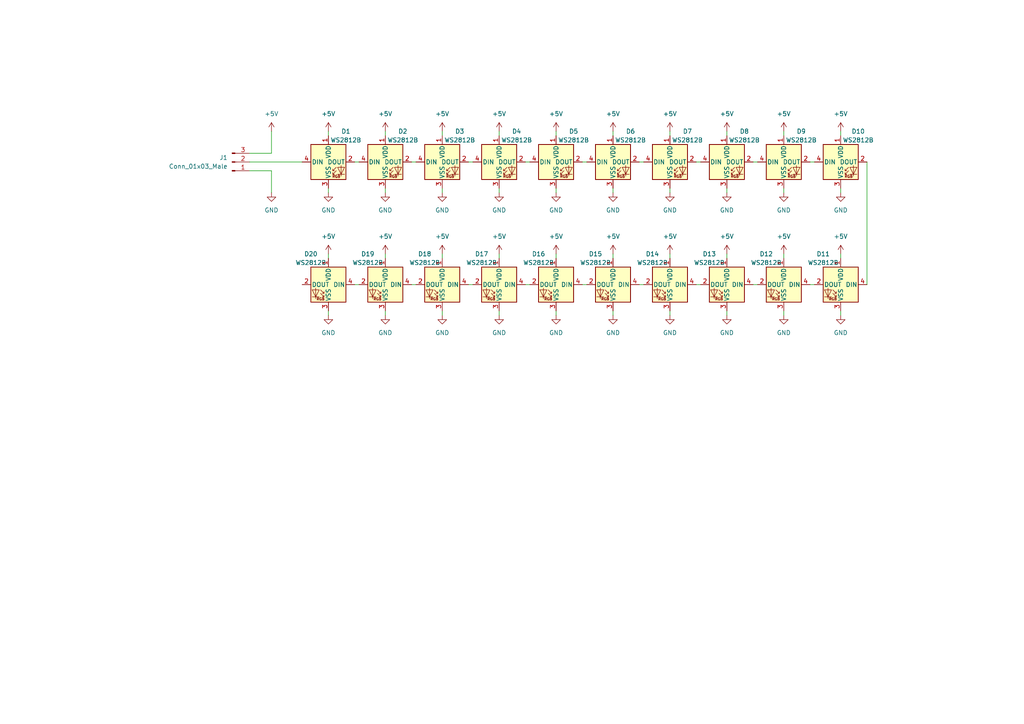
<source format=kicad_sch>
(kicad_sch (version 20230121) (generator eeschema)
  (paper "A4")
  (title_block (title "FabLight LED") (date "2023-03-22") (rev "1") (company "RLKM UG"))
  (lib_symbols
    (symbol "Connector:Conn_01x03_Male" (pin_names (offset 1.016) hide)
      (property "Reference" "J" (at 0 5.08 0))
      (property "Value" "Conn_01x03_Male" (at 0 -5.08 0))
      (symbol "Conn_01x03_Male_1_1"
        (polyline (pts (xy 1.27 -2.54) (xy 0.8636 -2.54)) (stroke (width 0.1524)))
        (polyline (pts (xy 1.27 0) (xy 0.8636 0)) (stroke (width 0.1524)))
        (polyline (pts (xy 1.27 2.54) (xy 0.8636 2.54)) (stroke (width 0.1524)))
        (rectangle (start 0.8636 -2.413) (end 0 -2.667) (stroke (width 0.1524)) (fill (type outline)))
        (rectangle (start 0.8636 0.127) (end 0 -0.127) (stroke (width 0.1524)) (fill (type outline)))
        (rectangle (start 0.8636 2.667) (end 0 2.413) (stroke (width 0.1524)) (fill (type outline)))
        (pin passive line (at 5.08 2.54 180) (length 3.81) (name "Pin_1") (number "1"))
        (pin passive line (at 5.08 0 180) (length 3.81) (name "Pin_2") (number "2"))
        (pin passive line (at 5.08 -2.54 180) (length 3.81) (name "Pin_3") (number "3"))
      )
    )
    (symbol "LED:WS2812B" (pin_names (offset 0.254))
      (property "Reference" "D" (at 5.08 5.715 0))
      (property "Value" "WS2812B" (at 1.27 -5.715 0))
      (symbol "WS2812B_0_0"
        (text "RGB" (at 2.286 -4.191 0) (effects (font (size 0.762 0.762))))
      )
      (symbol "WS2812B_0_1"
        (polyline (pts (xy 1.27 -3.556) (xy 1.778 -3.556)))
        (polyline (pts (xy 1.27 -2.54) (xy 1.778 -2.54)))
        (polyline (pts (xy 4.699 -3.556) (xy 2.667 -3.556)))
        (polyline (pts (xy 2.286 -2.54) (xy 1.27 -3.556) (xy 1.27 -3.048)))
        (polyline (pts (xy 2.286 -1.524) (xy 1.27 -2.54) (xy 1.27 -2.032)))
        (polyline (pts (xy 3.683 -1.016) (xy 3.683 -3.556) (xy 3.683 -4.064)))
        (polyline (pts (xy 4.699 -1.524) (xy 2.667 -1.524) (xy 3.683 -3.556) (xy 4.699 -1.524)))
        (rectangle (start 5.08 5.08) (end -5.08 -5.08) (stroke (width 0.254)) (fill (type background)))
      )
      (symbol "WS2812B_1_1"
        (pin power_in line (at 0 7.62 270) (length 2.54) (name "VDD") (number "1"))
        (pin output line (at 7.62 0 180) (length 2.54) (name "DOUT") (number "2"))
        (pin power_in line (at 0 -7.62 90) (length 2.54) (name "VSS") (number "3"))
        (pin input line (at -7.62 0 0) (length 2.54) (name "DIN") (number "4"))
      )
    )
    (symbol "power:+5V" (power) (pin_names (offset 0))
      (property "Value" "+5V" (at 0 3.556 0))
      (symbol "+5V_0_1"
        (polyline (pts (xy -0.762 1.27) (xy 0 2.54)))
        (polyline (pts (xy 0 0) (xy 0 2.54)))
        (polyline (pts (xy 0 2.54) (xy 0.762 1.27)))
      )
      (symbol "+5V_1_1"
        (pin power_in line (at 0 0 90) (length 0) hide (name "+5V") (number "1"))
      )
    )
    (symbol "power:GND" (power) (pin_names (offset 0))
      (property "Value" "GND" (at 0 -3.81 0))
      (symbol "GND_0_1"
        (polyline (pts (xy 0 0) (xy 0 -1.27) (xy 1.27 -1.27) (xy 0 -2.54) (xy -1.27 -1.27) (xy 0 -1.27)))
      )
      (symbol "GND_1_1"
        (pin power_in line (at 0 0 270) (length 0) hide (name "GND") (number "1"))
      )
    )
  )
  (wire (pts (xy 236.22 82.55) (xy 234.95 82.55)))
  (wire (pts (xy 111.76 38.1) (xy 111.76 39.37)))
  (wire (pts (xy 104.14 82.55) (xy 102.87 82.55)))
  (wire (pts (xy 177.8 73.66) (xy 177.8 74.93)))
  (wire (pts (xy 78.74 44.45) (xy 78.74 38.1)))
  (wire (pts (xy 234.95 46.99) (xy 236.22 46.99)))
  (wire (pts (xy 210.82 90.17) (xy 210.82 91.44)))
  (wire (pts (xy 72.39 49.53) (xy 78.74 49.53)))
  (wire (pts (xy 186.69 82.55) (xy 185.42 82.55)))
  (wire (pts (xy 251.46 46.99) (xy 251.46 82.55)))
  (wire (pts (xy 135.89 46.99) (xy 137.16 46.99)))
  (wire (pts (xy 161.29 90.17) (xy 161.29 91.44)))
  (wire (pts (xy 128.27 90.17) (xy 128.27 91.44)))
  (wire (pts (xy 144.78 90.17) (xy 144.78 91.44)))
  (wire (pts (xy 144.78 38.1) (xy 144.78 39.37)))
  (wire (pts (xy 243.84 54.61) (xy 243.84 55.88)))
  (wire (pts (xy 210.82 73.66) (xy 210.82 74.93)))
  (wire (pts (xy 243.84 90.17) (xy 243.84 91.44)))
  (wire (pts (xy 161.29 73.66) (xy 161.29 74.93)))
  (wire (pts (xy 218.44 46.99) (xy 219.71 46.99)))
  (wire (pts (xy 201.93 46.99) (xy 203.2 46.99)))
  (wire (pts (xy 128.27 73.66) (xy 128.27 74.93)))
  (wire (pts (xy 95.25 38.1) (xy 95.25 39.37)))
  (wire (pts (xy 161.29 54.61) (xy 161.29 55.88)))
  (wire (pts (xy 210.82 54.61) (xy 210.82 55.88)))
  (wire (pts (xy 78.74 55.88) (xy 78.74 49.53)))
  (wire (pts (xy 194.31 90.17) (xy 194.31 91.44)))
  (wire (pts (xy 177.8 38.1) (xy 177.8 39.37)))
  (wire (pts (xy 102.87 46.99) (xy 104.14 46.99)))
  (wire (pts (xy 219.71 82.55) (xy 218.44 82.55)))
  (wire (pts (xy 95.25 54.61) (xy 95.25 55.88)))
  (wire (pts (xy 168.91 46.99) (xy 170.18 46.99)))
  (wire (pts (xy 243.84 73.66) (xy 243.84 74.93)))
  (wire (pts (xy 95.25 90.17) (xy 95.25 91.44)))
  (wire (pts (xy 227.33 54.61) (xy 227.33 55.88)))
  (wire (pts (xy 111.76 90.17) (xy 111.76 91.44)))
  (wire (pts (xy 144.78 73.66) (xy 144.78 74.93)))
  (wire (pts (xy 227.33 73.66) (xy 227.33 74.93)))
  (wire (pts (xy 170.18 82.55) (xy 168.91 82.55)))
  (wire (pts (xy 243.84 38.1) (xy 243.84 39.37)))
  (wire (pts (xy 203.2 82.55) (xy 201.93 82.55)))
  (wire (pts (xy 194.31 73.66) (xy 194.31 74.93)))
  (wire (pts (xy 111.76 54.61) (xy 111.76 55.88)))
  (wire (pts (xy 152.4 46.99) (xy 153.67 46.99)))
  (wire (pts (xy 144.78 54.61) (xy 144.78 55.88)))
  (wire (pts (xy 72.39 44.45) (xy 78.74 44.45)))
  (wire (pts (xy 72.39 46.99) (xy 87.63 46.99)))
  (wire (pts (xy 177.8 54.61) (xy 177.8 55.88)))
  (wire (pts (xy 194.31 54.61) (xy 194.31 55.88)))
  (wire (pts (xy 161.29 38.1) (xy 161.29 39.37)))
  (wire (pts (xy 128.27 38.1) (xy 128.27 39.37)))
  (wire (pts (xy 111.76 73.66) (xy 111.76 74.93)))
  (wire (pts (xy 210.82 38.1) (xy 210.82 39.37)))
  (wire (pts (xy 128.27 54.61) (xy 128.27 55.88)))
  (wire (pts (xy 119.38 46.99) (xy 120.65 46.99)))
  (wire (pts (xy 177.8 90.17) (xy 177.8 91.44)))
  (wire (pts (xy 120.65 82.55) (xy 119.38 82.55)))
  (wire (pts (xy 227.33 38.1) (xy 227.33 39.37)))
  (wire (pts (xy 227.33 90.17) (xy 227.33 91.44)))
  (wire (pts (xy 194.31 38.1) (xy 194.31 39.37)))
  (wire (pts (xy 95.25 73.66) (xy 95.25 74.93)))
  (wire (pts (xy 153.67 82.55) (xy 152.4 82.55)))
  (wire (pts (xy 185.42 46.99) (xy 186.69 46.99)))
  (wire (pts (xy 137.16 82.55) (xy 135.89 82.55)))
  (symbol (lib_id "LED:WS2812B") (at 95.25 46.99 0) (unit 1)
    (property "Reference" "D1" (at 100.33 38.1 0))
    (property "Value" "WS2812B" (at 100.33 40.64 0))
    (property "Footprint" "LED_SMD:LED_WS2812B_PLCC4_5.0x5.0mm_P3.2mm" (effects hide))
    (property "Datasheet" "https://cdn-shop.adafruit.com/datasheets/WS2812B.pdf" (effects hide))
  )
  (symbol (lib_id "power:+5V") (at 243.84 73.66 0) (mirror y) (unit 1)
    (property "Reference" "#PWR0123" (effects hide))
    (property "Value" "+5V" (at 243.84 68.58 0))
  )
  (symbol (lib_id "LED:WS2812B") (at 210.82 46.99 0) (unit 1)
    (property "Reference" "D8" (at 215.9 38.1 0))
    (property "Value" "WS2812B" (at 215.9 40.64 0))
    (property "Footprint" "LED_SMD:LED_WS2812B_PLCC4_5.0x5.0mm_P3.2mm" (effects hide))
    (property "Datasheet" "https://cdn-shop.adafruit.com/datasheets/WS2812B.pdf" (effects hide))
  )
  (symbol (lib_id "power:GND") (at 210.82 55.88 0) (unit 1)
    (property "Reference" "#PWR0118" (effects hide))
    (property "Value" "GND" (at 210.82 60.96 0))
  )
  (symbol (lib_id "power:GND") (at 161.29 55.88 0) (unit 1)
    (property "Reference" "#PWR0113" (effects hide))
    (property "Value" "GND" (at 161.29 60.96 0))
  )
  (symbol (lib_id "power:GND") (at 144.78 55.88 0) (unit 1)
    (property "Reference" "#PWR0112" (effects hide))
    (property "Value" "GND" (at 144.78 60.96 0))
  )
  (symbol (lib_id "power:+5V") (at 95.25 73.66 0) (mirror y) (unit 1)
    (property "Reference" "#PWR0141" (effects hide))
    (property "Value" "+5V" (at 95.25 68.58 0))
  )
  (symbol (lib_id "power:GND") (at 227.33 55.88 0) (unit 1)
    (property "Reference" "#PWR0120" (effects hide))
    (property "Value" "GND" (at 227.33 60.96 0))
  )
  (symbol (lib_id "power:+5V") (at 111.76 73.66 0) (mirror y) (unit 1)
    (property "Reference" "#PWR0139" (effects hide))
    (property "Value" "+5V" (at 111.76 68.58 0))
  )
  (symbol (lib_id "power:GND") (at 177.8 91.44 0) (mirror y) (unit 1)
    (property "Reference" "#PWR0132" (effects hide))
    (property "Value" "GND" (at 177.8 96.52 0))
  )
  (symbol (lib_id "power:GND") (at 243.84 55.88 0) (unit 1)
    (property "Reference" "#PWR0122" (effects hide))
    (property "Value" "GND" (at 243.84 60.96 0))
  )
  (symbol (lib_id "power:GND") (at 194.31 91.44 0) (mirror y) (unit 1)
    (property "Reference" "#PWR0130" (effects hide))
    (property "Value" "GND" (at 194.31 96.52 0))
  )
  (symbol (lib_id "LED:WS2812B") (at 111.76 46.99 0) (unit 1)
    (property "Reference" "D2" (at 116.84 38.1 0))
    (property "Value" "WS2812B" (at 116.84 40.64 0))
    (property "Footprint" "LED_SMD:LED_WS2812B_PLCC4_5.0x5.0mm_P3.2mm" (effects hide))
    (property "Datasheet" "https://cdn-shop.adafruit.com/datasheets/WS2812B.pdf" (effects hide))
  )
  (symbol (lib_id "power:GND") (at 128.27 91.44 0) (mirror y) (unit 1)
    (property "Reference" "#PWR0138" (effects hide))
    (property "Value" "GND" (at 128.27 96.52 0))
  )
  (symbol (lib_id "power:+5V") (at 95.25 38.1 0) (unit 1)
    (property "Reference" "#PWR0106" (effects hide))
    (property "Value" "+5V" (at 95.25 33.02 0))
  )
  (symbol (lib_id "power:+5V") (at 78.74 38.1 0) (unit 1)
    (property "Reference" "#PWR0101" (effects hide))
    (property "Value" "+5V" (at 78.74 33.02 0))
  )
  (symbol (lib_id "power:+5V") (at 227.33 73.66 0) (mirror y) (unit 1)
    (property "Reference" "#PWR0125" (effects hide))
    (property "Value" "+5V" (at 227.33 68.58 0))
  )
  (symbol (lib_id "LED:WS2812B") (at 210.82 82.55 0) (mirror y) (unit 1)
    (property "Reference" "D13" (at 205.74 73.66 0))
    (property "Value" "WS2812B" (at 205.74 76.2 0))
    (property "Footprint" "LED_SMD:LED_WS2812B_PLCC4_5.0x5.0mm_P3.2mm" (effects hide))
    (property "Datasheet" "https://cdn-shop.adafruit.com/datasheets/WS2812B.pdf" (effects hide))
  )
  (symbol (lib_id "LED:WS2812B") (at 227.33 46.99 0) (unit 1)
    (property "Reference" "D9" (at 232.41 38.1 0))
    (property "Value" "WS2812B" (at 232.41 40.64 0))
    (property "Footprint" "LED_SMD:LED_WS2812B_PLCC4_5.0x5.0mm_P3.2mm" (effects hide))
    (property "Datasheet" "https://cdn-shop.adafruit.com/datasheets/WS2812B.pdf" (effects hide))
  )
  (symbol (lib_id "power:+5V") (at 194.31 73.66 0) (mirror y) (unit 1)
    (property "Reference" "#PWR0129" (effects hide))
    (property "Value" "+5V" (at 194.31 68.58 0))
  )
  (symbol (lib_id "LED:WS2812B") (at 128.27 82.55 0) (mirror y) (unit 1)
    (property "Reference" "D18" (at 123.19 73.66 0))
    (property "Value" "WS2812B" (at 123.19 76.2 0))
    (property "Footprint" "LED_SMD:LED_WS2812B_PLCC4_5.0x5.0mm_P3.2mm" (effects hide))
    (property "Datasheet" "https://cdn-shop.adafruit.com/datasheets/WS2812B.pdf" (effects hide))
  )
  (symbol (lib_id "power:+5V") (at 161.29 73.66 0) (mirror y) (unit 1)
    (property "Reference" "#PWR0133" (effects hide))
    (property "Value" "+5V" (at 161.29 68.58 0))
  )
  (symbol (lib_id "power:+5V") (at 128.27 38.1 0) (unit 1)
    (property "Reference" "#PWR0107" (effects hide))
    (property "Value" "+5V" (at 128.27 33.02 0))
  )
  (symbol (lib_id "LED:WS2812B") (at 177.8 82.55 0) (mirror y) (unit 1)
    (property "Reference" "D15" (at 172.72 73.66 0))
    (property "Value" "WS2812B" (at 172.72 76.2 0))
    (property "Footprint" "LED_SMD:LED_WS2812B_PLCC4_5.0x5.0mm_P3.2mm" (effects hide))
    (property "Datasheet" "https://cdn-shop.adafruit.com/datasheets/WS2812B.pdf" (effects hide))
  )
  (symbol (lib_id "LED:WS2812B") (at 111.76 82.55 0) (mirror y) (unit 1)
    (property "Reference" "D19" (at 106.68 73.66 0))
    (property "Value" "WS2812B" (at 106.68 76.2 0))
    (property "Footprint" "LED_SMD:LED_WS2812B_PLCC4_5.0x5.0mm_P3.2mm" (effects hide))
    (property "Datasheet" "https://cdn-shop.adafruit.com/datasheets/WS2812B.pdf" (effects hide))
  )
  (symbol (lib_id "power:GND") (at 161.29 91.44 0) (mirror y) (unit 1)
    (property "Reference" "#PWR0134" (effects hide))
    (property "Value" "GND" (at 161.29 96.52 0))
  )
  (symbol (lib_id "power:+5V") (at 111.76 38.1 0) (unit 1)
    (property "Reference" "#PWR0102" (effects hide))
    (property "Value" "+5V" (at 111.76 33.02 0))
  )
  (symbol (lib_id "LED:WS2812B") (at 194.31 46.99 0) (unit 1)
    (property "Reference" "D7" (at 199.39 38.1 0))
    (property "Value" "WS2812B" (at 199.39 40.64 0))
    (property "Footprint" "LED_SMD:LED_WS2812B_PLCC4_5.0x5.0mm_P3.2mm" (effects hide))
    (property "Datasheet" "https://cdn-shop.adafruit.com/datasheets/WS2812B.pdf" (effects hide))
  )
  (symbol (lib_id "power:GND") (at 227.33 91.44 0) (mirror y) (unit 1)
    (property "Reference" "#PWR0126" (effects hide))
    (property "Value" "GND" (at 227.33 96.52 0))
  )
  (symbol (lib_id "LED:WS2812B") (at 144.78 82.55 0) (mirror y) (unit 1)
    (property "Reference" "D17" (at 139.7 73.66 0))
    (property "Value" "WS2812B" (at 139.7 76.2 0))
    (property "Footprint" "LED_SMD:LED_WS2812B_PLCC4_5.0x5.0mm_P3.2mm" (effects hide))
    (property "Datasheet" "https://cdn-shop.adafruit.com/datasheets/WS2812B.pdf" (effects hide))
  )
  (symbol (lib_id "power:+5V") (at 144.78 38.1 0) (unit 1)
    (property "Reference" "#PWR0108" (effects hide))
    (property "Value" "+5V" (at 144.78 33.02 0))
  )
  (symbol (lib_id "LED:WS2812B") (at 177.8 46.99 0) (unit 1)
    (property "Reference" "D6" (at 182.88 38.1 0))
    (property "Value" "WS2812B" (at 182.88 40.64 0))
    (property "Footprint" "LED_SMD:LED_WS2812B_PLCC4_5.0x5.0mm_P3.2mm" (effects hide))
    (property "Datasheet" "https://cdn-shop.adafruit.com/datasheets/WS2812B.pdf" (effects hide))
  )
  (symbol (lib_id "power:GND") (at 78.74 55.88 0) (unit 1)
    (property "Reference" "#PWR0105" (effects hide))
    (property "Value" "GND" (at 78.74 60.96 0))
  )
  (symbol (lib_id "power:+5V") (at 161.29 38.1 0) (unit 1)
    (property "Reference" "#PWR0109" (effects hide))
    (property "Value" "+5V" (at 161.29 33.02 0))
  )
  (symbol (lib_id "LED:WS2812B") (at 194.31 82.55 0) (mirror y) (unit 1)
    (property "Reference" "D14" (at 189.23 73.66 0))
    (property "Value" "WS2812B" (at 189.23 76.2 0))
    (property "Footprint" "LED_SMD:LED_WS2812B_PLCC4_5.0x5.0mm_P3.2mm" (effects hide))
    (property "Datasheet" "https://cdn-shop.adafruit.com/datasheets/WS2812B.pdf" (effects hide))
  )
  (symbol (lib_id "power:+5V") (at 177.8 38.1 0) (unit 1)
    (property "Reference" "#PWR0110" (effects hide))
    (property "Value" "+5V" (at 177.8 33.02 0))
  )
  (symbol (lib_id "LED:WS2812B") (at 243.84 46.99 0) (unit 1)
    (property "Reference" "D10" (at 248.92 38.1 0))
    (property "Value" "WS2812B" (at 248.92 40.64 0))
    (property "Footprint" "LED_SMD:LED_WS2812B_PLCC4_5.0x5.0mm_P3.2mm" (effects hide))
    (property "Datasheet" "https://cdn-shop.adafruit.com/datasheets/WS2812B.pdf" (effects hide))
  )
  (symbol (lib_id "LED:WS2812B") (at 161.29 46.99 0) (unit 1)
    (property "Reference" "D5" (at 166.37 38.1 0))
    (property "Value" "WS2812B" (at 166.37 40.64 0))
    (property "Footprint" "LED_SMD:LED_WS2812B_PLCC4_5.0x5.0mm_P3.2mm" (effects hide))
    (property "Datasheet" "https://cdn-shop.adafruit.com/datasheets/WS2812B.pdf" (effects hide))
  )
  (symbol (lib_id "LED:WS2812B") (at 144.78 46.99 0) (unit 1)
    (property "Reference" "D4" (at 149.86 38.1 0))
    (property "Value" "WS2812B" (at 149.86 40.64 0))
    (property "Footprint" "LED_SMD:LED_WS2812B_PLCC4_5.0x5.0mm_P3.2mm" (effects hide))
    (property "Datasheet" "https://cdn-shop.adafruit.com/datasheets/WS2812B.pdf" (effects hide))
  )
  (symbol (lib_id "power:GND") (at 243.84 91.44 0) (mirror y) (unit 1)
    (property "Reference" "#PWR0124" (effects hide))
    (property "Value" "GND" (at 243.84 96.52 0))
  )
  (symbol (lib_id "power:GND") (at 210.82 91.44 0) (mirror y) (unit 1)
    (property "Reference" "#PWR0128" (effects hide))
    (property "Value" "GND" (at 210.82 96.52 0))
  )
  (symbol (lib_id "Connector:Conn_01x03_Male") (at 67.31 46.99 0) (mirror x) (unit 1)
    (property "Reference" "J1" (at 66.04 45.7199 0) (effects (justify right)))
    (property "Value" "Conn_01x03_Male" (at 66.04 48.2599 0) (effects (justify right)))
    (property "Footprint" "KYOCERA:009155003541006-Pad" (effects hide))
  )
  (symbol (lib_id "power:+5V") (at 128.27 73.66 0) (mirror y) (unit 1)
    (property "Reference" "#PWR0137" (effects hide))
    (property "Value" "+5V" (at 128.27 68.58 0))
  )
  (symbol (lib_id "power:GND") (at 111.76 91.44 0) (mirror y) (unit 1)
    (property "Reference" "#PWR0140" (effects hide))
    (property "Value" "GND" (at 111.76 96.52 0))
  )
  (symbol (lib_id "power:GND") (at 144.78 91.44 0) (mirror y) (unit 1)
    (property "Reference" "#PWR0136" (effects hide))
    (property "Value" "GND" (at 144.78 96.52 0))
  )
  (symbol (lib_id "power:+5V") (at 177.8 73.66 0) (mirror y) (unit 1)
    (property "Reference" "#PWR0131" (effects hide))
    (property "Value" "+5V" (at 177.8 68.58 0))
  )
  (symbol (lib_id "power:GND") (at 95.25 55.88 0) (unit 1)
    (property "Reference" "#PWR0104" (effects hide))
    (property "Value" "GND" (at 95.25 60.96 0))
  )
  (symbol (lib_id "LED:WS2812B") (at 243.84 82.55 0) (mirror y) (unit 1)
    (property "Reference" "D11" (at 238.76 73.66 0))
    (property "Value" "WS2812B" (at 238.76 76.2 0))
    (property "Footprint" "LED_SMD:LED_WS2812B_PLCC4_5.0x5.0mm_P3.2mm" (effects hide))
    (property "Datasheet" "https://cdn-shop.adafruit.com/datasheets/WS2812B.pdf" (effects hide))
  )
  (symbol (lib_id "LED:WS2812B") (at 95.25 82.55 0) (mirror y) (unit 1)
    (property "Reference" "D20" (at 90.17 73.66 0))
    (property "Value" "WS2812B" (at 90.17 76.2 0))
    (property "Footprint" "LED_SMD:LED_WS2812B_PLCC4_5.0x5.0mm_P3.2mm" (effects hide))
    (property "Datasheet" "https://cdn-shop.adafruit.com/datasheets/WS2812B.pdf" (effects hide))
  )
  (symbol (lib_id "power:GND") (at 95.25 91.44 0) (mirror y) (unit 1)
    (property "Reference" "#PWR0142" (effects hide))
    (property "Value" "GND" (at 95.25 96.52 0))
  )
  (symbol (lib_id "LED:WS2812B") (at 227.33 82.55 0) (mirror y) (unit 1)
    (property "Reference" "D12" (at 222.25 73.66 0))
    (property "Value" "WS2812B" (at 222.25 76.2 0))
    (property "Footprint" "LED_SMD:LED_WS2812B_PLCC4_5.0x5.0mm_P3.2mm" (effects hide))
    (property "Datasheet" "https://cdn-shop.adafruit.com/datasheets/WS2812B.pdf" (effects hide))
  )
  (symbol (lib_id "LED:WS2812B") (at 161.29 82.55 0) (mirror y) (unit 1)
    (property "Reference" "D16" (at 156.21 73.66 0))
    (property "Value" "WS2812B" (at 156.21 76.2 0))
    (property "Footprint" "LED_SMD:LED_WS2812B_PLCC4_5.0x5.0mm_P3.2mm" (effects hide))
    (property "Datasheet" "https://cdn-shop.adafruit.com/datasheets/WS2812B.pdf" (effects hide))
  )
  (symbol (lib_id "power:GND") (at 177.8 55.88 0) (unit 1)
    (property "Reference" "#PWR0114" (effects hide))
    (property "Value" "GND" (at 177.8 60.96 0))
  )
  (symbol (lib_id "power:+5V") (at 210.82 73.66 0) (mirror y) (unit 1)
    (property "Reference" "#PWR0127" (effects hide))
    (property "Value" "+5V" (at 210.82 68.58 0))
  )
  (symbol (lib_id "power:GND") (at 128.27 55.88 0) (unit 1)
    (property "Reference" "#PWR0111" (effects hide))
    (property "Value" "GND" (at 128.27 60.96 0))
  )
  (symbol (lib_id "power:+5V") (at 210.82 38.1 0) (unit 1)
    (property "Reference" "#PWR0117" (effects hide))
    (property "Value" "+5V" (at 210.82 33.02 0))
  )
  (symbol (lib_id "power:+5V") (at 194.31 38.1 0) (unit 1)
    (property "Reference" "#PWR0115" (effects hide))
    (property "Value" "+5V" (at 194.31 33.02 0))
  )
  (symbol (lib_id "power:GND") (at 111.76 55.88 0) (unit 1)
    (property "Reference" "#PWR0103" (effects hide))
    (property "Value" "GND" (at 111.76 60.96 0))
  )
  (symbol (lib_id "LED:WS2812B") (at 128.27 46.99 0) (unit 1)
    (property "Reference" "D3" (at 133.35 38.1 0))
    (property "Value" "WS2812B" (at 133.35 40.64 0))
    (property "Footprint" "LED_SMD:LED_WS2812B_PLCC4_5.0x5.0mm_P3.2mm" (effects hide))
    (property "Datasheet" "https://cdn-shop.adafruit.com/datasheets/WS2812B.pdf" (effects hide))
  )
  (symbol (lib_id "power:+5V") (at 243.84 38.1 0) (unit 1)
    (property "Reference" "#PWR0121" (effects hide))
    (property "Value" "+5V" (at 243.84 33.02 0))
  )
  (symbol (lib_id "power:GND") (at 194.31 55.88 0) (unit 1)
    (property "Reference" "#PWR0116" (effects hide))
    (property "Value" "GND" (at 194.31 60.96 0))
  )
  (symbol (lib_id "power:+5V") (at 144.78 73.66 0) (mirror y) (unit 1)
    (property "Reference" "#PWR0135" (effects hide))
    (property "Value" "+5V" (at 144.78 68.58 0))
  )
  (symbol (lib_id "power:+5V") (at 227.33 38.1 0) (unit 1)
    (property "Reference" "#PWR0119" (effects hide))
    (property "Value" "+5V" (at 227.33 33.02 0))
  )
)
</source>
